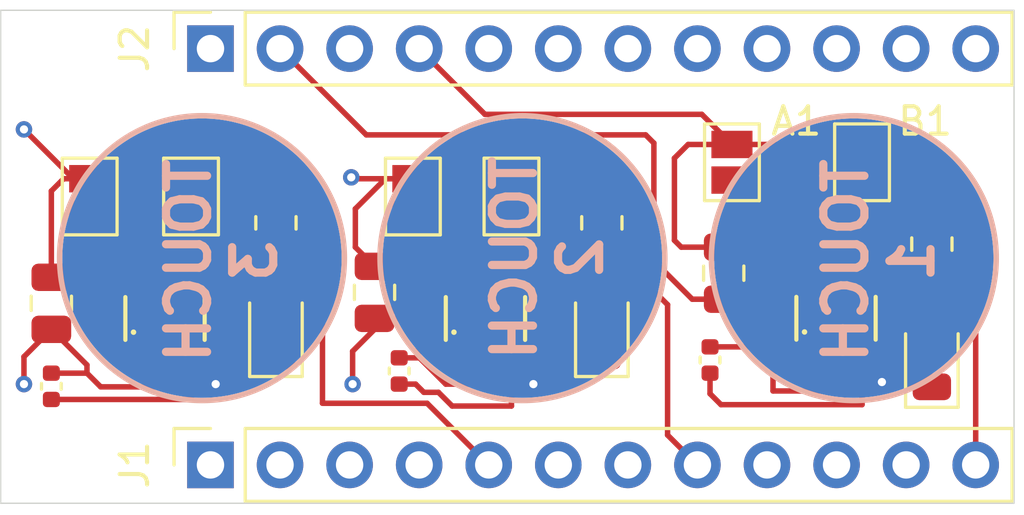
<source format=kicad_pcb>
(kicad_pcb (version 20240108) (generator "pcbnew") (generator_version "8.0")
  (title_block (title "TTP223 Capacitive Touch Sensor - HCSENS0039") (date "2025-03-29") (rev "v1"))
  (layers (0 "F.Cu" signal) (1 "In1.Cu" signal "Cu.GND") (2 "In2.Cu" signal "Cu.VCC") (31 "B.Cu" signal) (34 "B.Paste" user) (35 "F.Paste" user) (36 "B.SilkS" user "B.Silkscreen") (37 "F.SilkS" user "F.Silkscreen") (38 "B.Mask" user) (39 "F.Mask" user) (44 "Edge.Cuts" user))
  (net 0 "")
  (net 1 "Net-(U1-I)")
  (net 2 "GND")
  (net 3 "VCC")
  (net 4 "Net-(D1-A)")
  (net 5 "Net-(A2-A)")
  (net 9 "unconnected-(J1-11-Pad8)")
  (net 12 "Net-(A3-A)")
  (net 13 "Net-(A1-A)")
  (net 14 "Net-(B1-A)")
  (net 15 "Net-(B2-A)")
  (net 16 "Net-(B3-A)")
  (net 17 "Net-(U2-I)")
  (net 18 "Net-(U3-I)")
  (net 19 "Net-(D2-A)")
  (net 20 "Net-(D3-A)")
  (net 21 "/touch-sensor/I{slash}O")
  (net 22 "/touch-sensor-green/I{slash}O")
  (net 23 "/touch-sensor-blue/I{slash}O")
  (footprint "Resistor_SMD:R_0805_2012Metric" (layer "F.Cu") (at 168.75 96.2875 90)
    (property "Reference" "R1" (hide yes))
    (property "Value" "1K" (hide yes))
    (fp_line (start -0.227064 -0.735) (end 0.227064 -0.735) (stroke (width 0.12)) (layer "F.SilkS"))
    (fp_line (start -0.227064 0.735) (end 0.227064 0.735) (stroke (width 0.12)) (layer "F.SilkS"))
    (pad "1" smd roundrect (at -0.9125 0 90) (size 1.025 1.4) (layers "F.Cu" "F.Paste" "F.Mask") (roundrect_rratio 0.243902) (net 4 "Net-(D1-A)"))
    (pad "2" smd roundrect (at 0.9125 0 90) (size 1.025 1.4) (layers "F.Cu" "F.Paste" "F.Mask") (roundrect_rratio 0.243902) (net 21 "/touch-sensor/I{slash}O"))
  )
  (footprint "Resistor_SMD:R_0805_2012Metric" (layer "F.Cu") (at 144.8 95.5125 90)
    (property "Reference" "R3" (hide yes))
    (property "Value" "1K" (hide yes))
    (fp_line (start -0.227064 -0.735) (end 0.227064 -0.735) (stroke (width 0.12)) (layer "F.SilkS"))
    (fp_line (start -0.227064 0.735) (end 0.227064 0.735) (stroke (width 0.12)) (layer "F.SilkS"))
    (pad "1" smd roundrect (at -0.9125 0 90) (size 1.025 1.4) (layers "F.Cu" "F.Paste" "F.Mask") (roundrect_rratio 0.243902) (net 20 "Net-(D3-A)"))
    (pad "2" smd roundrect (at 0.9125 0 90) (size 1.025 1.4) (layers "F.Cu" "F.Paste" "F.Mask") (roundrect_rratio 0.243902) (net 22 "/touch-sensor-green/I{slash}O"))
  )
  (footprint "Jumper:SolderJumper-2_P1.3mm_Open_Pad1.0x1.5mm" (layer "F.Cu") (at 153.4 94.55 90)
    (property "Reference" "B2" (hide yes))
    (property "Value" "SolderJumper_2_Open" (hide yes))
    (fp_line (start 1.4 -1) (end 1.4 1) (stroke (width 0.12)) (layer "F.SilkS"))
    (fp_line (start -1.4 -1) (end 1.4 -1) (stroke (width 0.12)) (layer "F.SilkS"))
    (fp_line (start 1.4 1) (end -1.4 1) (stroke (width 0.12)) (layer "F.SilkS"))
    (fp_line (start -1.4 1) (end -1.4 -1) (stroke (width 0.12)) (layer "F.SilkS"))
    (pad "1" smd rect (at -0.65 0 90) (size 1 1.5) (layers "F.Cu" "F.Mask") (net 15 "Net-(B2-A)"))
    (pad "2" smd rect (at 0.65 0 90) (size 1 1.5) (layers "F.Cu" "F.Mask") (net 3 "VCC"))
  )
  (footprint "LED_SMD:LED_0805_2012Metric" (layer "F.Cu") (at 168.75 100.5625 90)
    (property "Reference" "D1" (hide yes))
    (property "Value" "LED - Red" (hide yes))
    (fp_line (start 1 -0.96) (end -1.685 -0.96) (stroke (width 0.12)) (layer "F.SilkS"))
    (fp_line (start -1.685 -0.96) (end -1.685 0.96) (stroke (width 0.12)) (layer "F.SilkS"))
    (fp_line (start -1.685 0.96) (end 1 0.96) (stroke (width 0.12)) (layer "F.SilkS"))
    (pad "1" smd roundrect (at -0.9375 0 90) (size 0.975 1.4) (layers "F.Cu" "F.Paste" "F.Mask") (net 2 "GND"))
    (pad "2" smd roundrect (at 0.9375 0 90) (size 0.975 1.4) (layers "F.Cu" "F.Paste" "F.Mask") (net 4 "Net-(D1-A)"))
  )
  (footprint "Capacitor_SMD:C_0402_1005Metric" (layer "F.Cu") (at 149.3 100.92 90)
    (property "Reference" "C3" (hide yes))
    (property "Value" "30pF" (hide yes))
    (fp_line (start -0.107836 -0.36) (end 0.107836 -0.36) (stroke (width 0.12)) (layer "F.SilkS"))
    (fp_line (start -0.107836 0.36) (end 0.107836 0.36) (stroke (width 0.12)) (layer "F.SilkS"))
    (pad "1" smd roundrect (at -0.48 0 90) (size 0.56 0.62) (layers "F.Cu" "F.Paste" "F.Mask") (net 17 "Net-(U2-I)"))
    (pad "2" smd roundrect (at 0.48 0 90) (size 0.56 0.62) (layers "F.Cu" "F.Paste" "F.Mask") (net 2 "GND"))
  )
  (footprint "Capacitor_SMD:C_0805_2012Metric" (layer "F.Cu") (at 136.6 98.45 -90)
    (property "Reference" "C6" (hide yes))
    (property "Value" "1uF" (hide yes))
    (fp_line (start -0.261252 0.735) (end 0.261252 0.735) (stroke (width 0.12)) (layer "F.SilkS"))
    (fp_line (start -0.261252 -0.735) (end 0.261252 -0.735) (stroke (width 0.12)) (layer "F.SilkS"))
    (pad "1" smd roundrect (at -0.95 0 270) (size 1 1.45) (layers "F.Cu" "F.Paste" "F.Mask") (net 3 "VCC"))
    (pad "2" smd roundrect (at 0.95 0 270) (size 1 1.45) (layers "F.Cu" "F.Paste" "F.Mask") (net 2 "GND"))
  )
  (footprint "Connector_PinSocket_2.54mm:PinSocket_1x12_P2.54mm_Vertical" (layer "F.Cu") (at 142.41 89.15 90)
    (property "Reference" "J2" (at 0 -2.77 90) (layer "F.SilkS"))
    (property "Value" "Conn_01x12_Socket_right" (hide yes))
    (fp_line (start 1.33 -1.33) (end 1.33 0) (stroke (width 0.12)) (layer "F.SilkS"))
    (fp_line (start 0 -1.33) (end 1.33 -1.33) (stroke (width 0.12)) (layer "F.SilkS"))
    (fp_line (start 1.33 1.27) (end 1.33 29.27) (stroke (width 0.12)) (layer "F.SilkS"))
    (fp_line (start -1.33 1.27) (end 1.33 1.27) (stroke (width 0.12)) (layer "F.SilkS"))
    (fp_line (start -1.33 1.27) (end -1.33 29.27) (stroke (width 0.12)) (layer "F.SilkS"))
    (fp_line (start -1.33 29.27) (end 1.33 29.27) (stroke (width 0.12)) (layer "F.SilkS"))
    (pad "1" thru_hole rect (at 0 0 90) (size 1.7 1.7) (drill 1) (layers "*.Cu" "*.Mask"))
    (pad "2" thru_hole oval (at 0 2.54 90) (size 1.7 1.7) (drill 1) (layers "*.Cu" "*.Mask"))
    (pad "3" thru_hole oval (at 0 5.08 90) (size 1.7 1.7) (drill 1) (layers "*.Cu" "*.Mask"))
    (pad "4" thru_hole oval (at 0 7.62 90) (size 1.7 1.7) (drill 1) (layers "*.Cu" "*.Mask"))
    (pad "5" thru_hole oval (at 0 10.16 90) (size 1.7 1.7) (drill 1) (layers "*.Cu" "*.Mask"))
    (pad "6" thru_hole oval (at 0 12.7 90) (size 1.7 1.7) (drill 1) (layers "*.Cu" "*.Mask"))
    (pad "7" thru_hole oval (at 0 15.24 90) (size 1.7 1.7) (drill 1) (layers "*.Cu" "*.Mask"))
    (pad "8" thru_hole oval (at 0 17.78 90) (size 1.7 1.7) (drill 1) (layers "*.Cu" "*.Mask"))
    (pad "9" thru_hole oval (at 0 20.32 90) (size 1.7 1.7) (drill 1) (layers "*.Cu" "*.Mask"))
    (pad "10" thru_hole oval (at 0 22.86 90) (size 1.7 1.7) (drill 1) (layers "*.Cu" "*.Mask"))
    (pad "11" thru_hole oval (at 0 25.4 90) (size 1.7 1.7) (drill 1) (layers "*.Cu" "*.Mask"))
    (pad "12" thru_hole oval (at 0 27.94 90) (size 1.7 1.7) (drill 1) (layers "*.Cu" "*.Mask"))
  )
  (footprint "Capacitor_SMD:C_0805_2012Metric" (layer "F.Cu") (at 148.4 98.05 -90)
    (property "Reference" "C4" (hide yes))
    (property "Value" "1uF" (hide yes))
    (fp_line (start -0.261252 0.735) (end 0.261252 0.735) (stroke (width 0.12)) (layer "F.SilkS"))
    (fp_line (start -0.261252 -0.735) (end 0.261252 -0.735) (stroke (width 0.12)) (layer "F.SilkS"))
    (pad "1" smd roundrect (at -0.95 0 270) (size 1 1.45) (layers "F.Cu" "F.Paste" "F.Mask") (net 3 "VCC"))
    (pad "2" smd roundrect (at 0.95 0 270) (size 1 1.45) (layers "F.Cu" "F.Paste" "F.Mask") (net 2 "GND"))
  )
  (footprint "Capacitor_SMD:C_0805_2012Metric" (layer "F.Cu") (at 161.15 97.35 -90)
    (property "Reference" "C2" (hide yes))
    (property "Value" "1uF" (hide yes))
    (fp_line (start -0.261252 0.735) (end 0.261252 0.735) (stroke (width 0.12)) (layer "F.SilkS"))
    (fp_line (start -0.261252 -0.735) (end 0.261252 -0.735) (stroke (width 0.12)) (layer "F.SilkS"))
    (pad "1" smd roundrect (at -0.95 0 270) (size 1 1.45) (layers "F.Cu" "F.Paste" "F.Mask") (net 3 "VCC"))
    (pad "2" smd roundrect (at 0.95 0 270) (size 1 1.45) (layers "F.Cu" "F.Paste" "F.Mask") (net 2 "GND"))
  )
  (footprint "Jumper:SolderJumper-2_P1.3mm_Open_Pad1.0x1.5mm" (layer "F.Cu") (at 166.2 93.3 90)
    (property "Reference" "B1" (at 1.5 2.3 180) (layer "F.SilkS"))
    (property "Value" "SolderJumper_2_Open" (hide yes))
    (fp_line (start 1.4 -1) (end 1.4 1) (stroke (width 0.12)) (layer "F.SilkS"))
    (fp_line (start -1.4 -1) (end 1.4 -1) (stroke (width 0.12)) (layer "F.SilkS"))
    (fp_line (start 1.4 1) (end -1.4 1) (stroke (width 0.12)) (layer "F.SilkS"))
    (fp_line (start -1.4 1) (end -1.4 -1) (stroke (width 0.12)) (layer "F.SilkS"))
    (pad "1" smd rect (at -0.65 0 90) (size 1 1.5) (layers "F.Cu" "F.Mask") (net 14 "Net-(B1-A)"))
    (pad "2" smd rect (at 0.65 0 90) (size 1 1.5) (layers "F.Cu" "F.Mask") (net 3 "VCC"))
  )
  (footprint "Connector_PinSocket_2.54mm:PinSocket_1x12_P2.54mm_Vertical" (layer "F.Cu") (at 142.41 104.35 90)
    (property "Reference" "J1" (at 0 -2.77 90) (layer "F.SilkS"))
    (property "Value" "Conn_01x12_Socket_left" (hide yes))
    (fp_line (start 1.33 -1.33) (end 1.33 0) (stroke (width 0.12)) (layer "F.SilkS"))
    (fp_line (start 0 -1.33) (end 1.33 -1.33) (stroke (width 0.12)) (layer "F.SilkS"))
    (fp_line (start 1.33 1.27) (end 1.33 29.27) (stroke (width 0.12)) (layer "F.SilkS"))
    (fp_line (start -1.33 1.27) (end 1.33 1.27) (stroke (width 0.12)) (layer "F.SilkS"))
    (fp_line (start -1.33 1.27) (end -1.33 29.27) (stroke (width 0.12)) (layer "F.SilkS"))
    (fp_line (start -1.33 29.27) (end 1.33 29.27) (stroke (width 0.12)) (layer "F.SilkS"))
    (pad "1" thru_hole rect (at 0 0 90) (size 1.7 1.7) (drill 1) (layers "*.Cu" "*.Mask"))
    (pad "2" thru_hole oval (at 0 2.54 90) (size 1.7 1.7) (drill 1) (layers "*.Cu" "*.Mask") (net 22 "/touch-sensor-green/I{slash}O"))
    (pad "3" thru_hole oval (at 0 5.08 90) (size 1.7 1.7) (drill 1) (layers "*.Cu" "*.Mask"))
    (pad "4" thru_hole oval (at 0 7.62 90) (size 1.7 1.7) (drill 1) (layers "*.Cu" "*.Mask"))
    (pad "5" thru_hole oval (at 0 10.16 90) (size 1.7 1.7) (drill 1) (layers "*.Cu" "*.Mask") (net 23 "/touch-sensor-blue/I{slash}O"))
    (pad "6" thru_hole oval (at 0 12.7 90) (size 1.7 1.7) (drill 1) (layers "*.Cu" "*.Mask"))
    (pad "7" thru_hole oval (at 0 15.24 90) (size 1.7 1.7) (drill 1) (layers "*.Cu" "*.Mask"))
    (pad "8" thru_hole oval (at 0 17.78 90) (size 1.7 1.7) (drill 1) (layers "*.Cu" "*.Mask") (net 9 "unconnected-(J1-11-Pad8)"))
    (pad "9" thru_hole oval (at 0 20.32 90) (size 1.7 1.7) (drill 1) (layers "*.Cu" "*.Mask") (net 21 "/touch-sensor/I{slash}O"))
    (pad "10" thru_hole oval (at 0 22.86 90) (size 1.7 1.7) (drill 1) (layers "*.Cu" "*.Mask"))
    (pad "11" thru_hole oval (at 0 25.4 90) (size 1.7 1.7) (drill 1) (layers "*.Cu" "*.Mask"))
    (pad "12" thru_hole oval (at 0 27.94 90) (size 1.7 1.7) (drill 1) (layers "*.Cu" "*.Mask"))
  )
  (footprint "Capacitor_SMD:C_0402_1005Metric" (layer "F.Cu") (at 136.6 101.48 90)
    (property "Reference" "C5" (hide yes))
    (property "Value" "30pF" (hide yes))
    (fp_line (start -0.107836 -0.36) (end 0.107836 -0.36) (stroke (width 0.12)) (layer "F.SilkS"))
    (fp_line (start -0.107836 0.36) (end 0.107836 0.36) (stroke (width 0.12)) (layer "F.SilkS"))
    (pad "1" smd roundrect (at -0.48 0 90) (size 0.56 0.62) (layers "F.Cu" "F.Paste" "F.Mask") (net 18 "Net-(U3-I)"))
    (pad "2" smd roundrect (at 0.48 0 90) (size 0.56 0.62) (layers "F.Cu" "F.Paste" "F.Mask") (net 2 "GND"))
  )
  (footprint "extra:TTP223-BA6" (layer "F.Cu") (at 165.25 98.996)
    (property "Reference" "U1" (hide yes))
    (property "Value" "TTP223-BA6" (hide yes))
    (fp_line (start -1.4478 0.781) (end -1.4478 -0.781) (stroke (width 0.1524)) (layer "F.SilkS"))
    (fp_line (start 1.4478 -0.781) (end 1.4478 0.781) (stroke (width 0.1524)) (layer "F.SilkS"))
    (fp_circle (center -1.15 0.5) (end -1.05 0.5) (fill solid) (layer "F.SilkS"))
    (pad "1" smd rect (at -0.95 1.404) (size 0.6096 1.143) (layers "F.Cu" "F.Paste" "F.Mask") (net 21 "/touch-sensor/I{slash}O"))
    (pad "2" smd rect (at 0 1.404) (size 0.6096 1.143) (layers "F.Cu" "F.Paste" "F.Mask") (net 2 "GND"))
    (pad "3" smd rect (at 0.95 1.404) (size 0.6096 1.143) (layers "F.Cu" "F.Paste" "F.Mask") (net 1 "Net-(U1-I)"))
    (pad "4" smd rect (at 0.95 -1.404) (size 0.6096 1.143) (layers "F.Cu" "F.Paste" "F.Mask") (net 14 "Net-(B1-A)"))
    (pad "5" smd rect (at 0 -1.404) (size 0.6096 1.143) (layers "F.Cu" "F.Paste" "F.Mask") (net 3 "VCC"))
    (pad "6" smd rect (at -0.95 -1.404) (size 0.6096 1.143) (layers "F.Cu" "F.Paste" "F.Mask") (net 13 "Net-(A1-A)"))
  )
  (footprint "Jumper:SolderJumper-2_P1.3mm_Open_Pad1.0x1.5mm" (layer "F.Cu") (at 149.8 94.551163 90)
    (property "Reference" "A2" (hide yes))
    (property "Value" "SolderJumper_2_Open" (hide yes))
    (fp_line (start 1.4 -1) (end 1.4 1) (stroke (width 0.12)) (layer "F.SilkS"))
    (fp_line (start -1.4 -1) (end 1.4 -1) (stroke (width 0.12)) (layer "F.SilkS"))
    (fp_line (start 1.4 1) (end -1.4 1) (stroke (width 0.12)) (layer "F.SilkS"))
    (fp_line (start -1.4 1) (end -1.4 -1) (stroke (width 0.12)) (layer "F.SilkS"))
    (pad "1" smd rect (at -0.65 0 90) (size 1 1.5) (layers "F.Cu" "F.Mask") (net 5 "Net-(A2-A)"))
    (pad "2" smd rect (at 0.65 0 90) (size 1 1.5) (layers "F.Cu" "F.Mask") (net 3 "VCC"))
  )
  (footprint "Jumper:SolderJumper-2_P1.3mm_Open_Pad1.0x1.5mm" (layer "F.Cu") (at 141.7 94.55 90)
    (property "Reference" "B3" (hide yes))
    (property "Value" "SolderJumper_2_Open" (hide yes))
    (fp_line (start 1.4 -1) (end 1.4 1) (stroke (width 0.12)) (layer "F.SilkS"))
    (fp_line (start -1.4 -1) (end 1.4 -1) (stroke (width 0.12)) (layer "F.SilkS"))
    (fp_line (start 1.4 1) (end -1.4 1) (stroke (width 0.12)) (layer "F.SilkS"))
    (fp_line (start -1.4 1) (end -1.4 -1) (stroke (width 0.12)) (layer "F.SilkS"))
    (pad "1" smd rect (at -0.65 0 90) (size 1 1.5) (layers "F.Cu" "F.Mask") (net 16 "Net-(B3-A)"))
    (pad "2" smd rect (at 0.65 0 90) (size 1 1.5) (layers "F.Cu" "F.Mask") (net 3 "VCC"))
  )
  (footprint "Jumper:SolderJumper-2_P1.3mm_Open_Pad1.0x1.5mm" (layer "F.Cu") (at 138 94.55 90)
    (property "Reference" "A3" (hide yes))
    (property "Value" "SolderJumper_2_Open" (hide yes))
    (fp_line (start 1.4 -1) (end 1.4 1) (stroke (width 0.12)) (layer "F.SilkS"))
    (fp_line (start -1.4 -1) (end 1.4 -1) (stroke (width 0.12)) (layer "F.SilkS"))
    (fp_line (start 1.4 1) (end -1.4 1) (stroke (width 0.12)) (layer "F.SilkS"))
    (fp_line (start -1.4 1) (end -1.4 -1) (stroke (width 0.12)) (layer "F.SilkS"))
    (pad "1" smd rect (at -0.65 0 90) (size 1 1.5) (layers "F.Cu" "F.Mask") (net 12 "Net-(A3-A)"))
    (pad "2" smd rect (at 0.65 0 90) (size 1 1.5) (layers "F.Cu" "F.Mask") (net 3 "VCC"))
  )
  (footprint "LED_SMD:LED_0805_2012Metric" (layer "F.Cu") (at 144.8 99.4375 90)
    (property "Reference" "D3" (hide yes))
    (property "Value" "LED - Green" (hide yes))
    (fp_line (start 1 -0.96) (end -1.685 -0.96) (stroke (width 0.12)) (layer "F.SilkS"))
    (fp_line (start -1.685 -0.96) (end -1.685 0.96) (stroke (width 0.12)) (layer "F.SilkS"))
    (fp_line (start -1.685 0.96) (end 1 0.96) (stroke (width 0.12)) (layer "F.SilkS"))
    (pad "1" smd roundrect (at -0.9375 0 90) (size 0.975 1.4) (layers "F.Cu" "F.Paste" "F.Mask") (net 2 "GND"))
    (pad "2" smd roundrect (at 0.9375 0 90) (size 0.975 1.4) (layers "F.Cu" "F.Paste" "F.Mask") (net 20 "Net-(D3-A)"))
  )
  (footprint "Resistor_SMD:R_0805_2012Metric" (layer "F.Cu") (at 156.7 95.5125 90)
    (property "Reference" "R2" (hide yes))
    (property "Value" "1K" (hide yes))
    (fp_line (start -0.227064 -0.735) (end 0.227064 -0.735) (stroke (width 0.12)) (layer "F.SilkS"))
    (fp_line (start -0.227064 0.735) (end 0.227064 0.735) (stroke (width 0.12)) (layer "F.SilkS"))
    (pad "1" smd roundrect (at -0.9125 0 90) (size 1.025 1.4) (layers "F.Cu" "F.Paste" "F.Mask") (roundrect_rratio 0.243902) (net 19 "Net-(D2-A)"))
    (pad "2" smd roundrect (at 0.9125 0 90) (size 1.025 1.4) (layers "F.Cu" "F.Paste" "F.Mask") (roundrect_rratio 0.243902) (net 23 "/touch-sensor-blue/I{slash}O"))
  )
  (footprint "extra:TTP223-BA6" (layer "F.Cu") (at 152.45 99.004)
    (property "Reference" "U2" (hide yes))
    (property "Value" "TTP223-BA6" (hide yes))
    (fp_line (start -1.4478 0.781) (end -1.4478 -0.781) (stroke (width 0.1524)) (layer "F.SilkS"))
    (fp_line (start 1.4478 -0.781) (end 1.4478 0.781) (stroke (width 0.1524)) (layer "F.SilkS"))
    (fp_circle (center -1.15 0.5) (end -1.05 0.5) (fill solid) (layer "F.SilkS"))
    (pad "1" smd rect (at -0.95 1.404) (size 0.6096 1.143) (layers "F.Cu" "F.Paste" "F.Mask") (net 23 "/touch-sensor-blue/I{slash}O"))
    (pad "2" smd rect (at 0 1.404) (size 0.6096 1.143) (layers "F.Cu" "F.Paste" "F.Mask") (net 2 "GND"))
    (pad "3" smd rect (at 0.95 1.404) (size 0.6096 1.143) (layers "F.Cu" "F.Paste" "F.Mask") (net 17 "Net-(U2-I)"))
    (pad "4" smd rect (at 0.95 -1.404) (size 0.6096 1.143) (layers "F.Cu" "F.Paste" "F.Mask") (net 15 "Net-(B2-A)"))
    (pad "5" smd rect (at 0 -1.404) (size 0.6096 1.143) (layers "F.Cu" "F.Paste" "F.Mask") (net 3 "VCC"))
    (pad "6" smd rect (at -0.95 -1.404) (size 0.6096 1.143) (layers "F.Cu" "F.Paste" "F.Mask") (net 5 "Net-(A2-A)"))
  )
  (footprint "Jumper:SolderJumper-2_P1.3mm_Open_Pad1.0x1.5mm" (layer "F.Cu") (at 161.45 93.3 90)
    (property "Reference" "A1" (at 1.5 2.35 180) (layer "F.SilkS"))
    (property "Value" "SolderJumper_2_Open" (hide yes))
    (fp_line (start 1.4 -1) (end 1.4 1) (stroke (width 0.12)) (layer "F.SilkS"))
    (fp_line (start -1.4 -1) (end 1.4 -1) (stroke (width 0.12)) (layer "F.SilkS"))
    (fp_line (start 1.4 1) (end -1.4 1) (stroke (width 0.12)) (layer "F.SilkS"))
    (fp_line (start -1.4 1) (end -1.4 -1) (stroke (width 0.12)) (layer "F.SilkS"))
    (pad "1" smd rect (at -0.65 0 90) (size 1 1.5) (layers "F.Cu" "F.Mask") (net 13 "Net-(A1-A)"))
    (pad "2" smd rect (at 0.65 0 90) (size 1 1.5) (layers "F.Cu" "F.Mask") (net 3 "VCC"))
  )
  (footprint "Capacitor_SMD:C_0402_1005Metric" (layer "F.Cu") (at 160.65 100.52 90)
    (property "Reference" "C1" (hide yes))
    (property "Value" "30pF" (hide yes))
    (fp_line (start -0.107836 -0.36) (end 0.107836 -0.36) (stroke (width 0.12)) (layer "F.SilkS"))
    (fp_line (start -0.107836 0.36) (end 0.107836 0.36) (stroke (width 0.12)) (layer "F.SilkS"))
    (pad "1" smd roundrect (at -0.48 0 90) (size 0.56 0.62) (layers "F.Cu" "F.Paste" "F.Mask") (net 1 "Net-(U1-I)"))
    (pad "2" smd roundrect (at 0.48 0 90) (size 0.56 0.62) (layers "F.Cu" "F.Paste" "F.Mask") (net 2 "GND"))
  )
  (footprint "extra:TTP223-BA6" (layer "F.Cu") (at 140.75 99.004)
    (property "Reference" "U3" (hide yes))
    (property "Value" "TTP223-BA6" (hide yes))
    (fp_line (start -1.4478 0.781) (end -1.4478 -0.781) (stroke (width 0.1524)) (layer "F.SilkS"))
    (fp_line (start 1.4478 -0.781) (end 1.4478 0.781) (stroke (width 0.1524)) (layer "F.SilkS"))
    (fp_circle (center -1.15 0.5) (end -1.05 0.5) (fill solid) (layer "F.SilkS"))
    (pad "1" smd rect (at -0.95 1.404) (size 0.6096 1.143) (layers "F.Cu" "F.Paste" "F.Mask") (net 22 "/touch-sensor-green/I{slash}O"))
    (pad "2" smd rect (at 0 1.404) (size 0.6096 1.143) (layers "F.Cu" "F.Paste" "F.Mask") (net 2 "GND"))
    (pad "3" smd rect (at 0.95 1.404) (size 0.6096 1.143) (layers "F.Cu" "F.Paste" "F.Mask") (net 18 "Net-(U3-I)"))
    (pad "4" smd rect (at 0.95 -1.404) (size 0.6096 1.143) (layers "F.Cu" "F.Paste" "F.Mask") (net 16 "Net-(B3-A)"))
    (pad "5" smd rect (at 0 -1.404) (size 0.6096 1.143) (layers "F.Cu" "F.Paste" "F.Mask") (net 3 "VCC"))
    (pad "6" smd rect (at -0.95 -1.404) (size 0.6096 1.143) (layers "F.Cu" "F.Paste" "F.Mask") (net 12 "Net-(A3-A)"))
  )
  (footprint "LED_SMD:LED_0805_2012Metric" (layer "F.Cu") (at 156.7 99.4375 90)
    (property "Reference" "D2" (hide yes))
    (property "Value" "LED - Blue" (hide yes))
    (fp_line (start 1 -0.96) (end -1.685 -0.96) (stroke (width 0.12)) (layer "F.SilkS"))
    (fp_line (start -1.685 -0.96) (end -1.685 0.96) (stroke (width 0.12)) (layer "F.SilkS"))
    (fp_line (start -1.685 0.96) (end 1 0.96) (stroke (width 0.12)) (layer "F.SilkS"))
    (pad "1" smd roundrect (at -0.9375 0 90) (size 0.975 1.4) (layers "F.Cu" "F.Paste" "F.Mask") (net 2 "GND"))
    (pad "2" smd roundrect (at 0.9375 0 90) (size 0.975 1.4) (layers "F.Cu" "F.Paste" "F.Mask") (net 19 "Net-(D2-A)"))
  )
  (gr_circle (center 165.9 96.8) (end 170.9 96.8) (stroke (width 0.2)) (fill solid) (layer "B.Cu") (net 1))
  (gr_circle (center 153.8 96.8) (end 158.8 96.8) (stroke (width 0.2)) (fill solid) (layer "B.Cu") (net 17))
  (gr_circle (center 142.1 96.8) (end 147.1 96.8) (stroke (width 0.2)) (fill solid) (layer "B.Cu") (net 18))
  (gr_circle (center 142.1 96.8) (end 147.3 96.8) (stroke (width 0.2)) (fill none) (layer "B.SilkS"))
  (gr_circle (center 153.8 96.8) (end 159 96.8) (stroke (width 0.2)) (fill none) (layer "B.SilkS"))
  (gr_circle (center 165.9 96.8) (end 171.1 96.8) (stroke (width 0.2)) (fill none) (layer "B.SilkS"))
  (gr_rect (start 134.75 87.75) (end 171.75 105.75) (stroke (width 0.05)) (fill none) (layer "Edge.Cuts"))
  (gr_text "TOUCH\n2" (at 156.8 96.8 90) (layer "B.SilkS") (effects (font (size 1.5 1.5) (thickness 0.3) (bold yes)) (justify bottom mirror)))
  (gr_text "TOUCH\n3" (at 144.9 96.9 90) (layer "B.SilkS") (effects (font (size 1.5 1.5) (thickness 0.3) (bold yes)) (justify bottom mirror)))
  (gr_text "TOUCH\n1" (at 168.9 96.9 90) (layer "B.SilkS") (effects (font (size 1.5 1.5) (thickness 0.3) (bold yes)) (justify bottom mirror)))
  (segment (start 139.8 99.6365) (end 140.5365 98.9) (width 0.2) (layer "F.Cu") (net 0))
  (segment (start 144.8 94.6) (end 146.3 94.6) (width 0.2) (layer "F.Cu") (net 0))
  (segment (start 146.5 94.8) (end 146.5 102.1) (width 0.2) (layer "F.Cu") (net 0))
  (segment (start 139.8 100.408) (end 139.8 99.6365) (width 0.2) (layer "F.Cu") (net 0))
  (segment (start 150.32 102.1) (end 152.57 104.35) (width 0.2) (layer "F.Cu") (net 0))
  (segment (start 143.3 96.1) (end 144.8 94.6) (width 0.2) (layer "F.Cu") (net 0))
  (segment (start 146.3 94.6) (end 146.5 94.8) (width 0.2) (layer "F.Cu") (net 0))
  (segment (start 140.5365 98.9) (end 143.3 98.9) (width 0.2) (layer "F.Cu") (net 0))
  (segment (start 143.3 98.9) (end 143.3 96.1) (width 0.2) (layer "F.Cu") (net 0))
  (segment (start 146.5 102.1) (end 150.32 102.1) (width 0.2) (layer "F.Cu") (net 0))
  (segment (start 166.2 102.15) (end 161.05 102.15) (width 0.2) (layer "F.Cu") (net 1))
  (segment (start 166.2 100.4) (end 166.2 101.25) (width 0.2) (layer "F.Cu") (net 1))
  (segment (start 166.2 101.45) (end 166.8 101.45) (width 0.2) (layer "F.Cu") (net 1))
  (segment (start 166.2 101.45) (end 166.2 101.7) (width 0.2) (layer "F.Cu") (net 1))
  (segment (start 166.2 101.25) (end 166.2 101.45) (width 0.2) (layer "F.Cu") (net 1))
  (segment (start 160.65 101.75) (end 160.65 101) (width 0.2) (layer "F.Cu") (net 1))
  (segment (start 161.05 102.15) (end 160.65 101.75) (width 0.2) (layer "F.Cu") (net 1))
  (segment (start 166.2 101.7) (end 166.2 102.15) (width 0.2) (layer "F.Cu") (net 1))
  (segment (start 166.8 101.45) (end 166.925735 101.324265) (width 0.2) (layer "F.Cu") (net 1))
  (via (at 166.925735 101.324265) (size 0.6) (drill 0.3) (layers "F.Cu" "B.Cu") (net 1))
  (segment (start 140.75 100.408) (end 140.75 99.8817) (width 0.2) (layer "F.Cu") (net 2))
  (segment (start 141.2317 99.4) (end 143.825 99.4) (width 0.2) (layer "F.Cu") (net 2))
  (segment (start 160.65 100.04) (end 162.89 100.04) (width 0.2) (layer "F.Cu") (net 2))
  (segment (start 165.45 99.3) (end 167.25 99.3) (width 0.2) (layer "F.Cu") (net 2))
  (segment (start 137.9 101) (end 136.6 101) (width 0.2) (layer "F.Cu") (net 2))
  (segment (start 155.8615 99.5365) (end 156.7 100.375) (width 0.2) (layer "F.Cu") (net 2))
  (segment (start 136.6 99.4) (end 137.9 100.7) (width 0.2) (layer "F.Cu") (net 2))
  (segment (start 135.6 100.4) (end 136.6 99.4) (width 0.2) (layer "F.Cu") (net 2))
  (segment (start 151 101.4) (end 150.04 100.44) (width 0.2) (layer "F.Cu") (net 2))
  (segment (start 149.6 99) (end 150 99.4) (width 0.2) (layer "F.Cu") (net 2))
  (segment (start 162.89 100.04) (end 162.95 100.1) (width 0.2) (layer "F.Cu") (net 2))
  (segment (start 137.9 100.7) (end 137.9 101) (width 0.2) (layer "F.Cu") (net 2))
  (segment (start 165.25 99.5) (end 165.45 99.3) (width 0.2) (layer "F.Cu") (net 2))
  (segment (start 161.15 98.3) (end 162.95 98.3) (width 0.2) (layer "F.Cu") (net 2))
  (segment (start 140.75 101.1795) (end 140.4295 101.5) (width 0.2) (layer "F.Cu") (net 2))
  (segment (start 147.6 101.4) (end 147.6 100.2) (width 0.2) (layer "F.Cu") (net 2))
  (segment (start 158.6 96.9) (end 158.6 92.6) (width 0.2) (layer "F.Cu") (net 2))
  (segment (start 167.25 100.8) (end 167.95 101.5) (width 0.2) (layer "F.Cu") (net 2))
  (segment (start 152.7952 99.5365) (end 155.8615 99.5365) (width 0.2) (layer "F.Cu") (net 2))
  (segment (start 140.75 99.8817) (end 141.2317 99.4) (width 0.2) (layer "F.Cu") (net 2))
  (segment (start 160 98.3) (end 158.6 96.9) (width 0.2) (layer "F.Cu") (net 2))
  (segment (start 152.45 100.408) (end 152.45 101.1795) (width 0.2) (layer "F.Cu") (net 2))
  (segment (start 162.95 98.3) (end 162.95 100.1) (width 0.2) (layer "F.Cu") (net 2))
  (segment (start 135.6 101.4) (end 135.6 100.4) (width 0.2) (layer "F.Cu") (net 2))
  (segment (start 152.45 99.8817) (end 152.7952 99.5365) (width 0.2) (layer "F.Cu") (net 2))
  (segment (start 165.25 101.65) (end 165.25 100.4) (width 0.2) (layer "F.Cu") (net 2))
  (segment (start 152.45 100.408) (end 152.45 99.8817) (width 0.2) (layer "F.Cu") (net 2))
  (segment (start 150 99.4) (end 150 100.4) (width 0.2) (layer "F.Cu") (net 2))
  (segment (start 150 100.4) (end 150.04 100.44) (width 0.2) (layer "F.Cu") (net 2))
  (segment (start 150.04 100.44) (end 149.3 100.44) (width 0.2) (layer "F.Cu") (net 2))
  (segment (start 147.6 100.2) (end 148.4 99.4) (width 0.2) (layer "F.Cu") (net 2))
  (segment (start 138.4 101.5) (end 137.9 101) (width 0.2) (layer "F.Cu") (net 2))
  (segment (start 162.95 100.1) (end 162.95 101.65) (width 0.2) (layer "F.Cu") (net 2))
  (segment (start 140.4295 101.5) (end 138.4 101.5) (width 0.2) (layer "F.Cu") (net 2))
  (segment (start 148.1 92.3) (end 144.95 89.15) (width 0.2) (layer "F.Cu") (net 2))
  (segment (start 143.825 99.4) (end 144.8 100.375) (width 0.2) (layer "F.Cu") (net 2))
  (segment (start 158.3 92.3) (end 148.1 92.3) (width 0.2) (layer "F.Cu") (net 2))
  (segment (start 161.15 98.3) (end 160 98.3) (width 0.2) (layer "F.Cu") (net 2))
  (segment (start 152.2295 101.4) (end 151 101.4) (width 0.2) (layer "F.Cu") (net 2))
  (segment (start 158.6 92.6) (end 158.3 92.3) (width 0.2) (layer "F.Cu") (net 2))
  (segment (start 140.75 100.408) (end 140.75 101.1795) (width 0.2) (layer "F.Cu") (net 2))
  (segment (start 152.45 101.1795) (end 152.2295 101.4) (width 0.2) (layer "F.Cu") (net 2))
  (segment (start 148.4 99) (end 149.6 99) (width 0.2) (layer "F.Cu") (net 2))
  (segment (start 165.25 100.4) (end 165.25 99.5) (width 0.2) (layer "F.Cu") (net 2))
  (segment (start 167.25 99.3) (end 167.25 100.8) (width 0.2) (layer "F.Cu") (net 2))
  (segment (start 162.95 101.65) (end 165.25 101.65) (width 0.2) (layer "F.Cu") (net 2))
  (segment (start 167.95 101.5) (end 168.75 101.5) (width 0.2) (layer "F.Cu") (net 2))
  (via (at 135.6 101.4) (size 0.6) (drill 0.3) (layers "F.Cu" "B.Cu") (net 2))
  (via (at 147.6 101.4) (size 0.6) (drill 0.3) (layers "F.Cu" "B.Cu") (net 2))
  (segment (start 161.45 92.65) (end 163.9 92.65) (width 0.2) (layer "F.Cu") (net 3))
  (segment (start 151.6 95.9785) (end 152.45 96.8285) (width 0.2) (layer "F.Cu") (net 3))
  (segment (start 161.45 92.65) (end 159.85 92.65) (width 0.2) (layer "F.Cu") (net 3))
  (segment (start 152.45 96.8285) (end 152.45 97.6) (width 0.2) (layer "F.Cu") (net 3))
  (segment (start 147.7 96.4) (end 147.7 95) (width 0.2) (layer "F.Cu") (net 3))
  (segment (start 136.6 97.5) (end 136.6 94.35) (width 0.2) (layer "F.Cu") (net 3))
  (segment (start 147.55 93.85) (end 147.601163 93.901163) (width 0.2) (layer "F.Cu") (net 3))
  (segment (start 151.6 93.901163) (end 153.398837 93.901163) (width 0.2) (layer "F.Cu") (net 3))
  (segment (start 159.6 96.4) (end 161.15 96.4) (width 0.2) (layer "F.Cu") (net 3))
  (segment (start 147.601163 93.901163) (end 149.8 93.901163) (width 0.2) (layer "F.Cu") (net 3))
  (segment (start 137.05 93.9) (end 138 93.9) (width 0.2) (layer "F.Cu") (net 3))
  (segment (start 152.43 91.55) (end 150.03 89.15) (width 0.2) (layer "F.Cu") (net 3))
  (segment (start 163.9 92.65) (end 166.2 92.65) (width 0.2) (layer "F.Cu") (net 3))
  (segment (start 149.8 93.901163) (end 151.6 93.901163) (width 0.2) (layer "F.Cu") (net 3))
  (segment (start 140.75 97.05) (end 140.75 97.6) (width 0.2) (layer "F.Cu") (net 3))
  (segment (start 151.6 93.901163) (end 151.6 95.9785) (width 0.2) (layer "F.Cu") (net 3))
  (segment (start 147.7 95) (end 148.798837 93.901163) (width 0.2) (layer "F.Cu") (net 3))
  (segment (start 161.45 92.65) (end 160.35 91.55) (width 0.2) (layer "F.Cu") (net 3))
  (segment (start 165.25 97.592) (end 165.25 96.55) (width 0.2) (layer "F.Cu") (net 3))
  (segment (start 138 93.9) (end 137.4 93.9) (width 0.2) (layer "F.Cu") (net 3))
  (segment (start 159.35 93.15) (end 159.35 96.15) (width 0.2) (layer "F.Cu") (net 3))
  (segment (start 160.35 91.55) (end 152.43 91.55) (width 0.2) (layer "F.Cu") (net 3))
  (segment (start 148.4 97.1) (end 147.7 96.4) (width 0.2) (layer "F.Cu") (net 3))
  (segment (start 139.8 93.9) (end 139.8 96.1) (width 0.2) (layer "F.Cu") (net 3))
  (segment (start 138 93.9) (end 139.8 93.9) (width 0.2) (layer "F.Cu") (net 3))
  (segment (start 137.4 93.9) (end 135.6 92.1) (width 0.2) (layer "F.Cu") (net 3))
  (segment (start 153.398837 93.901163) (end 153.4 93.9) (width 0.2) (layer "F.Cu") (net 3))
  (segment (start 139.8 93.9) (end 141.7 93.9) (width 0.2) (layer "F.Cu") (net 3))
  (segment (start 136.6 94.35) (end 137.05 93.9) (width 0.2) (layer "F.Cu") (net 3))
  (segment (start 139.8 96.1) (end 140.75 97.05) (width 0.2) (layer "F.Cu") (net 3))
  (segment (start 163.9 95.2) (end 163.9 92.65) (width 0.2) (layer "F.Cu") (net 3))
  (segment (start 148.798837 93.901163) (end 149.8 93.901163) (width 0.2) (layer "F.Cu") (net 3))
  (segment (start 159.35 96.15) (end 159.6 96.4) (width 0.2) (layer "F.Cu") (net 3))
  (segment (start 165.25 96.55) (end 163.9 95.2) (width 0.2) (layer "F.Cu") (net 3))
  (segment (start 159.85 92.65) (end 159.35 93.15) (width 0.2) (layer "F.Cu") (net 3))
  (via (at 135.6 92.1) (size 0.6) (drill 0.3) (layers "F.Cu" "B.Cu") (net 3))
  (via (at 147.55 93.85) (size 0.6) (drill 0.3) (layers "F.Cu" "B.Cu") (net 3))
  (segment (start 168.75 97.2) (end 168.75 99.625) (width 0.2) (layer "F.Cu") (net 4))
  (segment (start 151.5 96.901163) (end 149.8 95.201163) (width 0.2) (layer "F.Cu") (net 5))
  (segment (start 151.5 97.6) (end 151.5 96.901163) (width 0.2) (layer "F.Cu") (net 5))
  (segment (start 151.5 99.6365) (end 152.3365 98.8) (width 0.2) (layer "F.Cu") (net 9))
  (segment (start 151.5 100.408) (end 151.5 99.6365) (width 0.2) (layer "F.Cu") (net 9))
  (segment (start 152.3365 98.8) (end 155.1 98.8) (width 0.2) (layer "F.Cu") (net 9))
  (segment (start 155.1 96.2) (end 156.7 94.6) (width 0.2) (layer "F.Cu") (net 9))
  (segment (start 159.1 103.26) (end 160.19 104.35) (width 0.2) (layer "F.Cu") (net 9))
  (segment (start 158.1 97.5) (end 159.1 98.5) (width 0.2) (layer "F.Cu") (net 9))
  (segment (start 159.1 98.5) (end 159.1 103.26) (width 0.2) (layer "F.Cu") (net 9))
  (segment (start 156.7 94.6) (end 158.1 94.6) (width 0.2) (layer "F.Cu") (net 9))
  (segment (start 158.1 94.6) (end 158.1 97.5) (width 0.2) (layer "F.Cu") (net 9))
  (segment (start 155.1 98.8) (end 155.1 96.2) (width 0.2) (layer "F.Cu") (net 9))
  (segment (start 139.8 97) (end 139.8 97.6) (width 0.2) (layer "F.Cu") (net 12))
  (segment (start 138 95.2) (end 139.8 97) (width 0.2) (layer "F.Cu") (net 12))
  (segment (start 164.3 97.592) (end 164.3 96.8) (width 0.2) (layer "F.Cu") (net 13))
  (segment (start 164.3 96.8) (end 161.45 93.95) (width 0.2) (layer "F.Cu") (net 13))
  (segment (start 166.2 97.592) (end 166.2 93.95) (width 0.2) (layer "F.Cu") (net 14))
  (segment (start 153.4 95.2) (end 153.4 97.6) (width 0.2) (layer "F.Cu") (net 15))
  (segment (start 141.7 95.2) (end 141.7 97.6) (width 0.2) (layer "F.Cu") (net 16))
  (segment (start 153.4 102.2) (end 153.4 101.4) (width 0.2) (layer "F.Cu") (net 17))
  (segment (start 151.234314 102.2) (end 153.4 102.2) (width 0.2) (layer "F.Cu") (net 17))
  (segment (start 150.2 101.7) (end 150.734314 101.7) (width 0.2) (layer "F.Cu") (net 17))
  (segment (start 149.3 101.4) (end 149.9 101.4) (width 0.2) (layer "F.Cu") (net 17))
  (segment (start 150.734314 101.7) (end 151.234314 102.2) (width 0.2) (layer "F.Cu") (net 17))
  (segment (start 153.4 101.4) (end 153.4 100.408) (width 0.2) (layer "F.Cu") (net 17))
  (segment (start 149.9 101.4) (end 150.2 101.7) (width 0.2) (layer "F.Cu") (net 17))
  (segment (start 153.4 101.4) (end 154.2 101.4) (width 0.2) (layer "F.Cu") (net 17))
  (via (at 154.2 101.4) (size 0.6) (drill 0.3) (layers "F.Cu" "B.Cu") (net 17))
  (segment (start 141.7 101.5) (end 141.7 101.4) (width 0.2) (layer "F.Cu") (net 18))
  (segment (start 141.7 101.4) (end 141.7 100.408) (width 0.2) (layer "F.Cu") (net 18))
  (segment (start 141.7 101.9) (end 141.7 101.5) (width 0.2) (layer "F.Cu") (net 18))
  (segment (start 141.7 101.4) (end 142.6 101.4) (width 0.2) (layer "F.Cu") (net 18))
  (segment (start 141.64 101.96) (end 141.7 101.9) (width 0.2) (layer "F.Cu") (net 18))
  (segment (start 136.6 101.96) (end 141.64 101.96) (width 0.2) (layer "F.Cu") (net 18))
  (via (at 142.6 101.4) (size 0.6) (drill 0.3) (layers "F.Cu" "B.Cu") (net 18))
  (segment (start 156.7 96.425) (end 156.7 98.5) (width 0.2) (layer "F.Cu") (net 19))
  (segment (start 144.8 96.425) (end 144.8 98.5) (width 0.2) (layer "F.Cu") (net 20))
  (segment (start 164.3 98.95) (end 164.3 100.4) (width 0.2) (layer "F.Cu") (net 21))
  (segment (start 168.75 95.375) (end 170.175 95.375) (width 0.2) (layer "F.Cu") (net 21))
  (segment (start 170.175 95.375) (end 170.35 95.55) (width 0.2) (layer "F.Cu") (net 21))
  (segment (start 167.25 98.7) (end 164.55 98.7) (width 0.2) (layer "F.Cu") (net 21))
  (segment (start 164.55 98.7) (end 164.3 98.95) (width 0.2) (layer "F.Cu") (net 21))
  (segment (start 170.35 95.55) (end 170.35 104.35) (width 0.2) (layer "F.Cu") (net 21))
  (segment (start 167.25 95.65) (end 167.25 98.7) (width 0.2) (layer "F.Cu") (net 21))
  (segment (start 167.525 95.375) (end 167.25 95.65) (width 0.2) (layer "F.Cu") (net 21))
  (segment (start 168.75 95.375) (end 167.525 95.375) (width 0.2) (layer "F.Cu") (net 21))
)
</source>
